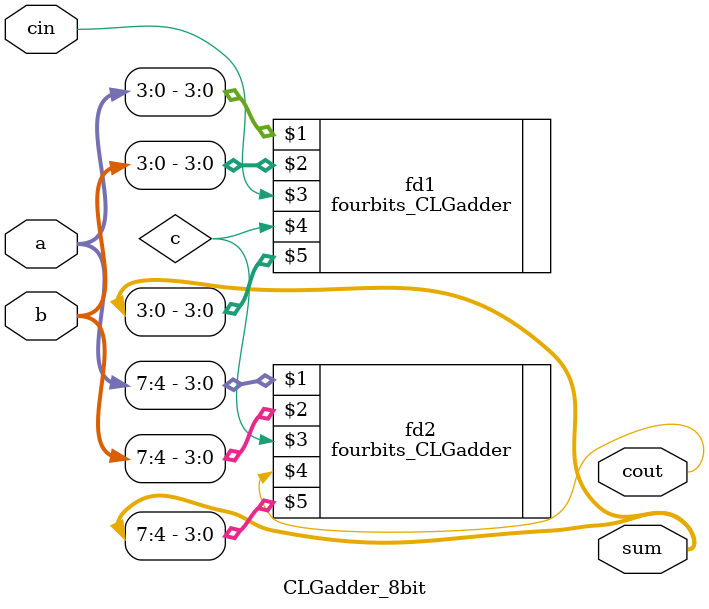
<source format=v>
module CLGadder_8bit(a, b, cin, cout, sum);
	input [7:0]a, b;
	input cin;
	output [7:0]sum;
	output cout;
	wire c;
	
	fourbits_CLGadder fd1(a[3:0], b[3:0], cin, c, sum[3:0]);
	fourbits_CLGadder fd2(a[7:4], b[7:4], c, cout, sum[7:4]);
endmodule
</source>
